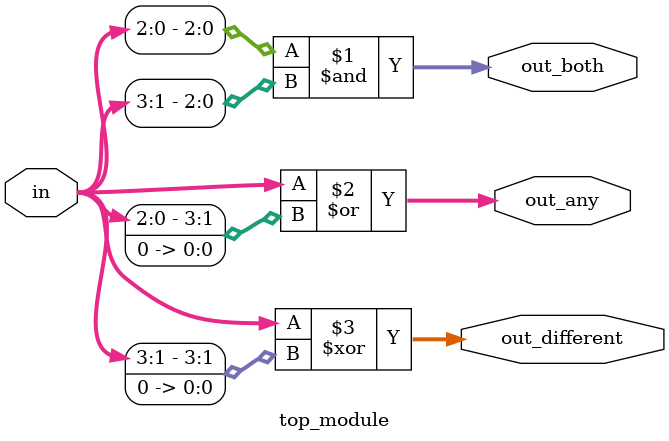
<source format=sv>
module top_module (
	input [3:0] in,
	output [2:0] out_both,
	output [3:0] out_any,
	output [3:0] out_different
);

	assign out_both = in[2:0] & in[3:1];
	assign out_any = in | {in[2:0], 1'b0};
	assign out_different = in ^ {in[3:1], 1'b0};

endmodule

</source>
